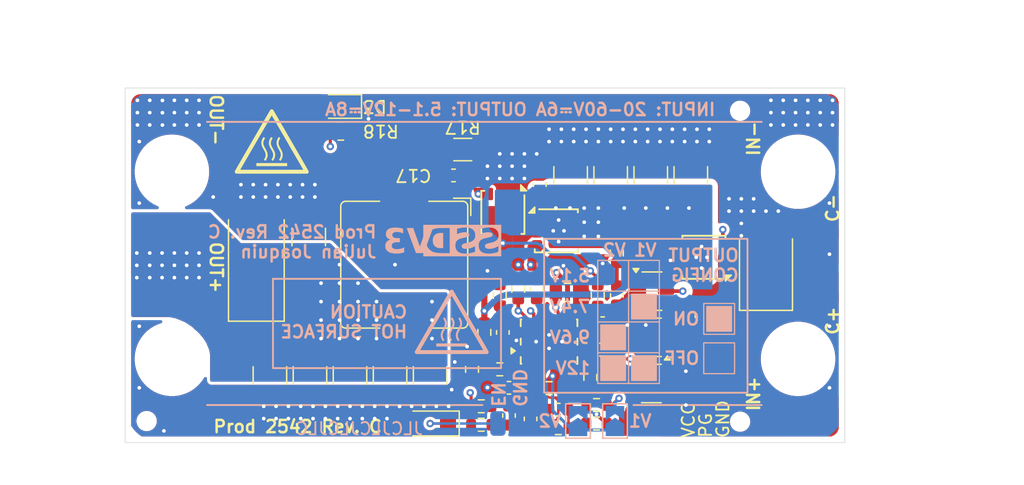
<source format=kicad_pcb>
(kicad_pcb (version 20241229) (generator "pcbnew") (generator_version "9.0")
  (title_block (title "Super Step Down V3") (date "2025-10-20") (rev "C") (company "UBCO Aerospace [Julian Joaquin]") (comment 1 "A 12S battery eliminator circuit (BEC) for UAS applications."))
  (layers (0 "F.Cu" signal) (4 "In1.Cu" signal) (6 "In2.Cu" signal) (2 "B.Cu" signal) (13 "F.Paste" user) (15 "B.Paste" user) (5 "F.SilkS" user "F.Silkscreen") (7 "B.SilkS" user "B.Silkscreen") (1 "F.Mask" user) (3 "B.Mask" user) (25 "Edge.Cuts" user))
  (net 0 "")
  (net 1 "PGND")
  (net 2 "AGND")
  (net 3 "VCC")
  (net 4 "/SS_TRK")
  (net 5 "/BST")
  (net 6 "/ILIM")
  (net 7 "/FB")
  (net 8 "/COMP_RC2")
  (net 9 "/COMP")
  (net 10 "/COMP_RC1")
  (net 11 "VOUT")
  (net 12 "/SYNCIN")
  (net 13 "/HO")
  (net 14 "/SW")
  (net 15 "PG")
  (net 16 "/LO")
  (net 17 "/U1_VS")
  (net 18 "/RT")
  (net 19 "/VOUT_LED")
  (net 20 "/RBST")
  (net 21 "/U1_GND")
  (net 22 "VIN")
  (net 23 "U1_EN")
  (net 24 "VBAT")
  (net 25 "/SNUB_RC")
  (net 26 "/JP_CFG1")
  (net 27 "/JP_CFG2")
  (net 28 "/U2_VIN")
  (net 29 "/U1_GATE")
  (footprint "Capacitor_SMD:C_1210_3225Metric" (layer "F.Cu") (at 131.75 123.35 -90)
    (property "Reference" "C23" (hide yes))
    (property "Value" "22uF")
  )
  (footprint "Capacitor_SMD:C_0603_1608Metric" (layer "F.Cu") (at 153.4 116.35 -90)
    (property "Reference" "C12" (hide yes))
    (property "Value" "100nF")
  )
  (footprint "Resistor_SMD:R_0603_1608Metric" (layer "F.Cu") (at 150.4 116.85 -90)
    (property "Reference" "R2" (hide yes))
    (property "Value" "2.2")
  )
  (footprint "Connector_Pad:SolderWirePad_1x03_SMD_1.5x2mm" (layer "F.Cu") (at 160.44 127.25)
    (property "Reference" "J8" (hide yes))
    (property "Value" "SolderPad_1x03")
  )
  (footprint "Resistor_SMD:R_0603_1608Metric" (layer "F.Cu") (at 148.9 125.85)
    (property "Reference" "R11" (hide yes))
    (property "Value" "68")
  )
  (footprint "Connector_Wire:SolderWirePad_1x01_SMD_1.5x3mm" (layer "F.Cu") (at 176.4 117 -90)
    (property "Reference" "J2" (hide yes))
    (property "Value" "SolderPad")
  )
  (footprint "Package_SON_JJ:Infineon_PG-TSDSON-8-26_3.3x3.3mm_P0.65mm" (layer "F.Cu") (at 150.65 110.1 -90)
    (property "Reference" "Q3" (hide yes))
    (property "Value" "BSZ096N10LS5")
  )
  (footprint "Capacitor_SMD:C_0603_1608Metric" (layer "F.Cu") (at 151.15 126.6 -90)
    (property "Reference" "C14" (hide yes))
    (property "Value" "1.5nF")
  )
  (footprint "Package_SON_JJ:Texas_DQG0008A_3.3x3.3mm_P0.65mm_ThermalVias-D0.3mm" (layer "F.Cu") (at 154.95 111.6)
    (property "Reference" "Q2" (hide yes))
    (property "Value" "CSD19537Q3")
  )
  (footprint "NetTie:NetTie-2_SMD_Pad0.5mm" (layer "F.Cu") (at 154.65 121.625 90)
    (property "Reference" "NT1" (hide yes))
    (property "Value" "NetTie_2" (hide yes))
  )
  (footprint "Package_TO_SOT_SMD:SOT-23-3" (layer "F.Cu") (at 162.7 120.25 180)
    (property "Reference" "D2" (hide yes))
    (property "Value" "BAS70-06")
  )
  (footprint "Resistor_SMD:R_0603_1608Metric" (layer "F.Cu") (at 151.9 116.35 -90)
    (property "Reference" "R9" (hide yes))
    (property "Value" "2.2")
  )
  (footprint "Capacitor_SMD:C_0805_2012Metric" (layer "F.Cu") (at 155.9 116.6)
    (property "Reference" "C10" (hide yes))
    (property "Value" "2.2uF")
  )
  (footprint "MountingHole:MountingHole_3.2mm_M3_ISO7380" (layer "F.Cu") (at 174.6 122 180)
    (property "Reference" "H1" (hide yes))
    (property "Value" "MountingHole")
  )
  (footprint "Package_TO_SOT_SMD:TSOT-23-6" (layer "F.Cu") (at 162.75 116.5)
    (property "Reference" "U1" (hide yes))
    (property "Value" "LM5050-1")
  )
  (footprint "Connector_Wire:SolderWirePad_1x01_SMD_3x6mm" (layer "F.Cu") (at 123.5 102 90)
    (property "Reference" "J6" (hide yes))
    (property "Value" "SolderPad")
  )
  (footprint "Resistor_SMD:R_0603_1608Metric" (layer "F.Cu") (at 158.75 121.25 180)
    (property "Reference" "R5" (hide yes))
    (property "Value" "20k")
  )
  (footprint "Capacitor_SMD:C_0603_1608Metric" (layer "F.Cu") (at 155.15 126.125)
    (property "Reference" "C15" (hide yes))
    (property "Value" "4.7nF")
  )
  (footprint "Resistor_SMD:R_0603_1608Metric" (layer "F.Cu") (at 154.4 124.375)
    (property "Reference" "R16" (hide yes))
    (property "Value" "3.74k")
  )
  (footprint "Capacitor_SMD:C_0603_1608Metric" (layer "F.Cu") (at 150.65 119.85 -90)
    (property "Reference" "C9" (hide yes))
    (property "Value" "100nF")
  )
  (footprint "Capacitor_SMD:C_1210_3225Metric" (layer "F.Cu") (at 162.65 107.1 90)
    (property "Reference" "C5" (hide yes))
    (property "Value" "10uF")
  )
  (footprint "Capacitor_Tantalum_SMD:CP_EIA-7343-20_Kemet-V_HandSolder" (layer "F.Cu") (at 130.65 114.35 90)
    (property "Reference" "C24" (hide yes))
    (property "Value" "100uF")
  )
  (footprint "Connector_Wire:SolderWirePad_1x01_SMD_3x6mm" (layer "F.Cu") (at 123.5 114.4 90)
    (property "Reference" "J5" (hide yes))
    (property "Value" "SolderPad")
  )
  (footprint "Connector_Wire:SolderWirePad_1x01_SMD_3x6mm" (layer "F.Cu") (at 174.9 126.8 -90)
    (property "Reference" "J1" (hide yes))
    (property "Value" "SolderPad")
  )
  (footprint "Capacitor_SMD:C_0603_1608Metric" (layer "F.Cu") (at 153.65 107.85 90)
    (property "Reference" "C4" (hide yes))
    (property "Value" "100nF")
  )
  (footprint "Capacitor_SMD:C_1210_3225Metric" (layer "F.Cu") (at 165.9 107.1 90)
    (property "Reference" "C8" (hide yes))
    (property "Value" "10uF")
  )
  (footprint "Capacitor_SMD:C_0603_1608Metric_Pad1.08x0.95mm_HandSolder" (layer "F.Cu") (at 146.65 107.1 180)
    (property "Reference" "C17")
    (property "Value" "1uF")
  )
  (footprint "Capacitor_SMD:C_1210_3225Metric" (layer "F.Cu") (at 156.15 107.1 90)
    (property "Reference" "C7" (hide yes))
    (property "Value" "10uF")
  )
  (footprint "MountingHole:MountingHole_3.2mm_M3_ISO7380" (layer "F.Cu") (at 123.8 106.8 180)
    (property "Reference" "H4" (hide yes))
    (property "Value" "MountingHole")
  )
  (footprint "Capacitor_SMD:C_1210_3225Metric" (layer "F.Cu") (at 159.4 107.1 90)
    (property "Reference" "C6" (hide yes))
    (property "Value" "10uF")
  )
  (footprint "Capacitor_SMD:C_1210_3225Metric" (layer "F.Cu") (at 135 123.35 -90)
    (property "Reference" "C20" (hide yes))
    (property "Value" "22uF")
  )
  (footprint "Capacitor_SMD:C_1210_3225Metric" (layer "F.Cu") (at 134.9 112.1 90)
    (property "Reference" "C22" (hide yes))
    (property "Value" "22uF")
  )
  (footprint "LOGO" (layer "F.Cu") (at 131.9 104.35)
    (property "Reference" "G***" (hide yes))
    (property "Value" "LOGO" (hide yes))
  )
  (footprint "Capacitor_SMD:C_0603_1608Metric" (layer "F.Cu") (at 152.9 126.875 90)
    (property "Reference" "C16" (hide yes))
    (property "Value" "68pF")
  )
  (footprint "Capacitor_SMD:C_1210_3225Metric" (layer "F.Cu") (at 144.75 123.35 -90)
    (property "Reference" "C21" (hide yes))
    (property "Value" "22uF")
  )
  (footprint "Capacitor_SMD:C_0603_1608Metric" (layer "F.Cu") (at 151.15 124.35 180)
    (property "Reference" "C11" (hide yes))
    (property "Value" "47nF")
  )
  (footprint "Resistor_SMD:R_0603_1608Metric" (layer "F.Cu") (at 158.25 125.75)
    (property "Reference" "R14" (hide yes))
    (property "Value" "6.81k")
  )
  (footprint "Diode_SMD:D_SMB" (layer "F.Cu") (at 172 114.4 90)
    (property "Reference" "D1" (hide yes))
    (property "Value" "64V")
  )
  (footprint "MountingHole:ToolingHole_1.152mm" (layer "F.Cu") (at 169.9 127.1 180)
    (property "Reference" "H6" (hide yes))
    (property "Value" "MountingHole")
  )
  (footprint "Resistor_SMD:R_0603_1608Metric" (layer "F.Cu") (at 149.15 119.85 -90)
    (property "Reference" "R3" (hide yes))
    (property "Value" "150k")
  )
  (footprint "Resistor_SMD:R_0603_1608Metric" (layer "F.Cu") (at 159.25 123.5 -90)
    (property "Reference" "R6" (hide yes))
    (property "Value" "20k")
  )
  (footprint "Inductor_SMD:L_Bourns_SRP1038C_10.0x10.0mm" (layer "F.Cu") (at 142.65 114.35 -90)
    (property "Reference" "L1" (hide yes))
    (property "Value" "4.7uH")
  )
  (footprint "MountingHole:MountingHole_3.2mm_M3_ISO7380" (layer "F.Cu") (at 123.8 122 180)
    (property "Reference" "H3" (hide yes))
    (property "Value" "MountingHole")
  )
  (footprint "Resistor_SMD:R_1206_3216Metric_Pad1.30x1.75mm_HandSolder" (layer "F.Cu") (at 147.4 105)
    (property "Reference" "R17")
    (property "Value" "0")
  )
  (footprint "LED_SMD:LED_0805_2012Metric" (layer "F.Cu") (at 137.5 101.5 180)
    (property "Reference" "D3")
    (property "Value" "YELLOW")
  )
  (footprint "Resistor_SMD:R_0603_1608Metric" (layer "F.Cu") (at 159.9 113.4 -90)
    (property "Reference" "R1" (hide yes))
    (property "Value" "68")
  )
  (footprint "Resistor_SMD:R_0603_1608Metric" (layer "F.Cu") (at 155.15 127.625)
    (property "Reference" "R13" (hide yes))
    (property "Value" "10k")
  )
  (footprint "Resistor_SMD:R_0603_1608Metric" (layer "F.Cu") (at 150.4 122.85 180)
    (property "Reference" "R7" (hide yes))
    (property "Value" "24k")
  )
  (footprint "Resistor_SMD:R_0603_1608Metric" (layer "F.Cu") (at 148.9 127.35)
    (property "Reference" "R12" (hide yes))
    (property "Value" "20k")
  )
  (footprint "Capacitor_SMD:C_0603_1608Metric" (layer "F.Cu") (at 158.75 119.1)
    (property "Reference" "C13" (hide yes))
    (property "Value" "12pF")
  )
  (footprint "Resistor_SMD:R_0603_1608Metric" (layer "F.Cu") (at 158.25 127.25)
    (property "Reference" "R15" (hide yes))
    (property "Value" "3.48k")
  )
  (footprint "Resistor_SMD:R_0603_1608Metric" (layer "F.Cu") (at 158.35 116.85 -90)
    (property "Reference" "R10" (hide yes))
    (property "Value" "430")
  )
  (footprint "Package_TO_SOT_SMD:SOT-23-3" (layer "F.Cu") (at 162.7 124)
    (property "Reference" "D5" (hide yes))
    (property "Value" "8V")
  )
  (footprint "MountingHole:MountingHole_3.2mm_M3_ISO7380" (layer "F.Cu") (at 174.6 106.8 180)
    (property "Reference" "H2" (hide yes))
    (property "Value" "MountingHole")
  )
  (footprint "Capacitor_SMD:C_0603_1608Metric" (layer "F.Cu") (at 165.75 118.5 -90)
    (property "Reference" "C2" (hide yes))
    (property "Value" "100nF")
  )
  (footprint "Connector_Wire:SolderWirePad_1x01_SMD_3x6mm" (layer "F.Cu") (at 174.9 102 -90)
    (property "Reference" "J4" (hide yes))
    (property "Value" "SolderPad")
  )
  (footprint "MountingHole:ToolingHole_1.152mm" (layer "F.Cu") (at 169.9 101.85 180)
    (property "Reference" "H7" (hide yes))
    (property "Value" "MountingHole")
  )
  (footprint "Capacitor_SMD:C_0603_1608Metric" (layer "F.Cu") (at 159.9 116.85 -90)
    (property "Reference" "C3" (hide yes))
    (property "Value" "100nF")
  )
  (footprint "Resistor_SMD:R_0603_1608Metric" (layer "F.Cu") (at 148.15 122.85 -90)
    (property "Reference" "R4" (hide yes))
    (property "Value" "12k")
  )
  (footprint "Resistor_SMD:R_0805_2012Metric" (layer "F.Cu") (at 137.5 103.5)
    (property "Reference" "R18")
    (property "Value" "1k")
  )
  (footprint "ul_LM5146RGYR:RGY0020B-MFG-ThermalVias" (layer "F.Cu") (at 154.4 120.6 90)
    (property "Reference" "U2" (hide yes))
    (property "Value" "LM5146RGYR")
  )
  (footprint "Package_SON_JJ:Texas_DQG0008A_3.3x3.3mm_P0.65mm_ThermalVias-D0.3mm" (layer "F.Cu") (at 167 113.75 180)
    (property "Reference" "Q1" (hide yes))
    (property "Value" "CSD19537Q3")
  )
  (footprint "Capacitor_SMD:C_1210_3225Metric" (layer "F.Cu") (at 141.5 123.35 -90)
    (property "Reference" "C18" (hide yes))
    (property "Value" "22uF")
  )
  (footprint "Connector_Wire:SolderWirePad_1x01_SMD_1.5x3mm" (layer "F.Cu") (at 176.4 111.8 -90)
    (property "Reference" "J3" (hide yes))
    (property "Value" "SolderPad")
  )
  (footprint "Diode_SMD:D_SMF" (layer "F.Cu") (at 144.75 127.25 180)
    (property "Reference" "D4" (hide yes))
    (property "Value" "60V")
  )
  (footprint "Capacitor_SMD:C_1210_3225Metric" (layer "F.Cu") (at 138.25 123.35 -90)
    (property "Reference" "C19" (hide yes))
    (property "Value" "22uF")
  )
  (footprint "Resistor_SMD:R_0603_1608Metric" (layer "F.Cu") (at 157.75 123.5 -90)
    (property "Reference" "R8" (hide yes))
    (property "Value" "0")
  )
  (footprint "MountingHole:ToolingHole_1.152mm" (layer "F.Cu") (at 121.75 127.05 180)
    (property "Reference" "H5" (hide yes))
    (property "Value" "MountingHole")
  )
  (footprint "LOGO" (layer "B.Cu") (at 146.5 119 180)
    (property "Reference" "G***" (hide yes))
    (property "Value" "LOGO" (hide yes))
  )
  (footprint "Jumper:SolderJumper-2_P1.3mm_Open_TrianglePad1.0x1.5mm" (layer "B.Cu") (at 156.75 127.05 90)
    (property "Reference" "JP2" (hide yes))
    (property "Value" "9.6V")
  )
  (footprint "Connector_Pad:SolderWirePad_1x02_SMD_1.5x2mm" (layer "B.Cu") (at 150 127.25)
    (property "Reference" "J7" (hide yes))
    (property "Value" "SolderPad_01x02")
  )
  (footprint "Jumper:SolderJumper-2_P1.3mm_Open_TrianglePad1.0x1.5mm" (layer "B.Cu") (at 159.75 127.05 90)
    (property "Reference" "JP1" (hide yes))
    (property "Value" "7.4V")
  )
  (gr_rect (start 166.95 120.7) (end 169.45 123.2) (stroke (width 0.1)) (fill no) (layer "B.SilkS"))
  (gr_rect (start 158.35 114) (end 163.35 124) (stroke (width 0.1)) (fill no) (layer "B.SilkS"))
  (gr_rect (start 158.6 121.75) (end 160.6 123.75) (stroke (width 0.1)) (fill yes) (layer "B.SilkS"))
  (gr_line (start 171.65 125.75) (end 161.25 125.75) (stroke (width 0.15)) (layer "B.SilkS"))
  (gr_rect (start 154 112.25) (end 170.5 124.75) (stroke (width 0.15)) (fill no) (layer "B.SilkS"))
  (gr_rect (start 161.1 121.75) (end 163.1 123.75) (stroke (width 0.1)) (fill yes) (layer "B.SilkS"))
  (gr_rect (start 166.95 117.5) (end 169.45 120) (stroke (width 0.1)) (fill no) (layer "B.SilkS"))
  (gr_line (start 163.35 121.5) (end 158.35 121.5) (stroke (width 0.1)) (layer "B.SilkS"))
  (gr_rect (start 161.1 116.75) (end 163.1 118.75) (stroke (width 0.1)) (fill yes) (layer "B.SilkS"))
  (gr_line (start 126.65 125.75) (end 149 125.75) (stroke (width 0.15)) (layer "B.SilkS"))
  (gr_rect (start 132 115.5) (end 150.5 122.75) (stroke (width 0.15)) (fill no) (layer "B.SilkS"))
  (gr_line (start 160.85 114) (end 160.85 124) (stroke (width 0.1)) (layer "B.SilkS"))
  (gr_line (start 163.35 119) (end 158.35 119) (stroke (width 0.1)) (layer "B.SilkS"))
  (gr_line (start 163.35 116.5) (end 158.35 116.5) (stroke (width 0.1)) (layer "B.SilkS"))
  (gr_line (start 126.65 102.75) (end 171.65 102.75) (stroke (width 0.15)) (layer "B.SilkS"))
  (gr_rect (start 167.2 117.75) (end 169.2 119.75) (stroke (width 0.1)) (fill yes) (layer "B.SilkS"))
  (gr_rect (start 158.6 119.25) (end 160.6 121.25) (stroke (width 0.1)) (fill yes) (layer "B.SilkS"))
  (gr_rect (start 120 100) (end 178.4 128.8) (stroke (width 0.05)) (fill no) (layer "Edge.Cuts"))
  (gr_text "VCC" (at 165.7 128.5 90) (layer "F.SilkS") (effects (font (size 1 1)) (justify left)))
  (gr_text "OUT+" (at 127.4 114.575 270) (layer "F.SilkS") (effects (font (size 1 1) (thickness 0.2) (bold yes))))
  (gr_text "IN+" (at 171 126.35 90) (layer "F.SilkS") (effects (font (size 1 1) (thickness 0.2) (bold yes)) (justify left)))
  (gr_text "Prod 2542 Rev. C" (at 134 127.5 0) (layer "F.SilkS") (effects (font (size 1 1) (thickness 0.2) (bold yes))))
  (gr_text "IN-" (at 171 102.6 90) (layer "F.SilkS") (effects (font (size 1 1) (thickness 0.2) (bold yes)) (justify right)))
  (gr_text "C+" (at 178 118.9 90) (layer "F.SilkS") (effects (font (size 1 1) (thickness 0.2) (bold yes)) (justify bottom)))
  (gr_text "OUT-" (at 127.4 102.6 270) (layer "F.SilkS") (effects (font (size 1 1) (thickness 0.2) (bold yes))))
  (gr_text "PG" (at 167.1 128.5 90) (layer "F.SilkS") (effects (font (size 1 1)) (justify left)))
  (gr_text "C-" (at 178 109.75 90) (layer "F.SilkS") (effects (font (size 1 1) (thickness 0.2) (bold yes)) (justify bottom)))
  (gr_text "GND" (at 168.5 128.5 90) (layer "F.SilkS") (effects (font (size 1 1)) (justify left)))
  (gr_text "V2" (at 159.7 113.75 0) (layer "B.SilkS") (effects (font (size 1 1) (thickness 0.2) (bold yes)) (justify bottom mirror)))
  (gr_text "5.1V" (at 157.85 115.25 0) (layer "B.SilkS") (effects (font (size 1 1) (thickness 0.2) (bold yes)) (justify left mirror)))
  (gr_text "EN" (at 150.25 126 270) (layer "B.SilkS") (effects (font (size 1 1) (thickness 0.2) (bold yes)) (justify left mirror)))
  (gr_text "7.4V" (at 157.85 117.75 0) (layer "B.SilkS") (effects (font (size 1 1) (thickness 0.2) (bold yes)) (justify left mirror)))
  (gr_text "V2" (at 155.5 127.05 0) (layer "B.SilkS") (effects (font (size 1 1) (thickness 0.2) (bold yes)) (justify left mirror)))
  (gr_text "Prod 2542 Rev. C\nJulian Joaquin" (at 140.5 112.5 0) (layer "B.SilkS") (effects (font (size 1 1) (thickness 0.2) (bold yes)) (justify left mirror)))
  (gr_text "12V" (at 157.85 122.75 0) (layer "B.SilkS") (effects (font (size 1 1) (thickness 0.2) (bold yes)) (justify left mirror)))
  (gr_text "SSD" (at 150.5 113.75 0) (layer "B.SilkS" knockout) (effects (font (size 2 2) (thickness 0.4) (bold yes) (italic yes)) (justify left bottom mirror)))
  (gr_text "CAUTION\nHOT SURFACE" (at 143 119 0) (layer "B.SilkS") (effects (font (size 1 1) (thickness 0.2) (bold yes)) (justify left mirror)))
  (gr_text "OFF" (at 166.7 121.95 0) (layer "B.SilkS") (effects (font (size 1 1) (thickness 0.2) (bold yes)) (justify left mirror)))
  (gr_text "V1" (at 160.75 127.05 0) (layer "B.SilkS") (effects (font (size 1 1) (thickness 0.2) (bold yes)) (justify right mirror)))
  (gr_text "V3" (at 145 113.75 0) (layer "B.SilkS") (effects (font (size 2 2) (thickness 0.4) (bold yes) (italic yes)) (justify left bottom mirror)))
  (gr_text "INPUT: 20-60V⎓6A OUTPUT: 5.1-12V⎓8A" (at 168 101.75 0) (layer "B.SilkS") (effects (font (size 1 1) (thickness 0.2) (bold yes)) (justify left mirror)))
  (gr_text "9.6V" (at 157.85 120.25 0) (layer "B.SilkS") (effects (font (size 1 1) (thickness 0.2) (bold yes)) (justify left mirror)))
  (gr_text "V1" (at 162.2 113.75 0) (layer "B.SilkS") (effects (font (size 1 1) (thickness 0.2) (bold yes)) (justify bottom mirror)))
  (gr_text "OUTPUT\nCONFIG" (at 169.9 114.4 0) (layer "B.SilkS") (effects (font (size 1 1) (thickness 0.2) (bold yes)) (justify left mirror)))
  (gr_text "GND" (at 152 126 270) (layer "B.SilkS") (effects (font (size 1 1) (thickness 0.2) (bold yes)) (justify left mirror)))
  (gr_text "ON" (at 166.7 118.75 0) (layer "B.SilkS") (effects (font (size 1 1) (thickness 0.2) (bold yes)) (justify left mirror)))
  (gr_text "JLCJLCJLCJLC" (at 144.25 128.25 0) (layer "B.SilkS") (effects (font (size 1 1)) (justify left bottom mirror)))
  (segment (start 156.149999 118.950001) (end 156.149999 118.600001) (width 0.25) (layer "F.Cu") (net 1))
  (segment (start 155.566977 114.433023) (end 155.566977 114.502322) (width 0.5) (layer "F.Cu") (net 1))
  (segment (start 156.85 115.8) (end 156.85 116.6) (width 0.5) (layer "F.Cu") (net 1))
  (segment (start 155.75229 114.687635) (end 155.75229 114.70229) (width 0.5) (layer "F.Cu") (net 1))
  (segment (start 156.149999 119.35) (end 156.149999 118.950001) (width 0.25) (layer "F.Cu") (net 1))
  (segment (start 154.900001 120.6) (end 156.149999 119.35) (width 0.25) (layer "F.Cu") (net 1))
  (segment (start 156.85 117.9) (end 156.85 116.6) (width 0.25) (layer "F.Cu") (net 1))
  (segment (start 155.75229 114.70229) (end 156.85 115.8) (width 0.5) (layer "F.Cu") (net 1))
  (segment (start 155.566977 114.502322) (end 155.75229 114.687635) (width 0.5) (layer "F.Cu") (net 1))
  (segment (start 156.149999 118.600001) (end 156.85 117.9) (width 0.25) (layer "F.Cu") (net 1))
  (via (at 144.25 125.85) (size 0.6) (drill 0.3) (layers "F.Cu" "B.Cu") (net 1))
  (via (at 132.25 125.85) (size 0.6) (drill 0.3) (layers "F.Cu" "B.Cu") (net 1))
  (via (at 136.25 126.85) (size 0.6) (drill 0.3) (layers "F.Cu" "B.Cu") (net 1))
  (via (at 165.5 125.75) (size 0.6) (drill 0.3) (layers "F.Cu" "B.Cu") (net 1))
  (via (at 149.4 114.85) (size 0.6) (drill 0.3) (layers "F.Cu" "B.Cu") (net 1))
  (via (at 154.4 103.35) (size 0.6) (drill 0.3) (layers "F.Cu" "B.Cu") (net 1))
  (via (at 149.4 107.350952) (size 0.6) (drill 0.3) (layers "F.Cu" "B.Cu") (net 1))
  (via (at 158.75 114.25) (size 0.6) (drill 0.3) (layers "F.Cu" "B.Cu") (net 1))
  (via (at 167.4 104.35) (size 0.6) (drill 0.3) (layers "F.Cu" "B.Cu") (net 1))
  (via (at 161.4 103.35) (size 0.6) (drill 0.3) (layers "F.Cu" "B.Cu") (net 1))
  (via (at 121.15 109.35) (size 0.6) (drill 0.3) (layers "F.Cu" "B.Cu") (net 1))
  (via (at 163.4 104.35) (size 0.6) (drill 0.3) (layers "F.Cu" "B.Cu") (net 1))
  (via (at 170 110) (size 0.6) (drill 0.3) (layers "F.Cu" "B.Cu") (net 1))
  (via (at 133.25 126.85) (size 0.6) (drill 0.3) (layers "F.Cu" "B.Cu") (net 1))
  (via (at 177.15 119.35) (size 0.6) (drill 0.3) (layers "F.Cu" "B.Cu") (net 1))
  (via (at 142.267818 125.861786) (size 0.6) (drill 0.3) (layers "F.Cu" "B.Cu") (net 1))
  (via (at 159.4 104.35) (size 0.6) (drill 0.3) (layers "F.Cu" "B.Cu") (net 1))
  (via (at 140.25 126.85) (size 0.6) (drill 0.3) (layers "F.Cu" "B.Cu") (net 1))
  (via (at 155.566977 114.433023) (size 0.6) (drill 0.3) (layers "F.Cu" "B.Cu") (net 1))
  (via (at 161.4 104.35) (size 0.6) (drill 0.3) (layers "F.Cu" "B.Cu") (net 1))
  (via (at 137.25 125.85) (size 0.6) (drill 0.3) (layers "F.Cu" "B.Cu") (net 1))
  (via (at 139.25 126.85) (size 0.6) (drill 0.3) (layers "F.Cu" "B.Cu") (net 1))
  (via (at 152.4 107.35) (size 0.6) (drill 0.3) (layers "F.Cu" "B.Cu") (net 1))
  (via (at 157.4 104.35) (size 0.6) (drill 0.3) (layers "F.Cu" "B.Cu") (net 1))
  (via (at 149.4 106.35) (size 0.6) (drill 0.3) (layers "F.Cu" "B.Cu") (net 1))
  (via (at 165.5 123) (size 0.6) (drill 0.3) (layers "F.Cu" "B.Cu") (net 1))
  (via (at 154.4 104.35) (size 0.6) (drill 0.3) (layers "F.Cu" "B.Cu") (net 1))
  (via (at 134.4 107.85) (size 0.6) (drill 0.3) (layers "F.Cu" "B.Cu") (net 1))
  (via (at 131.25 125.85) (size 0.6) (drill 0.3) (layers "F.Cu" "B.Cu") (net 1))
  (via (at 132.25 126.85) (size 0.6) (drill 0.3) (layers "F.Cu" "B.Cu") (net 1))
  (via (at 153.4 105.35) (size 0.6) (drill 0.3) (layers "F.Cu" "B.Cu") (net 1))
  (via (at 155.4 104.35) (size 0.6) (drill 0.3) (layers "F.Cu" "B.Cu") (net 1))
  (via (at 138.25 125.85) (size 0.6) (drill 0.3) (layers "F.Cu" "B.Cu") (net 1))
  (via (at 135.25 126.85) (size 0.6) (drill 0.3) (layers "F.Cu" "B.Cu") (net 1))
  (via (at 152.4 106.35) (size 0.6) (drill 0.3) (layers "F.Cu" "B.Cu") (net 1))
  (via (at 170 111) (size 0.6) (drill 0.3) (layers "F.Cu" "B.Cu") (net 1))
  (via (at 146.25 125.85) (size 0.6) (drill 0.3) (layers "F.Cu" "B.Cu") (net 1))
  (via (at 166.4 104.35) (size 0.6) (drill 0.3) (layers "F.Cu" "B.Cu") (net 1))
  (via (at 166.4 103.35) (size 0.6) (drill 0.3) (layers "F.Cu" "B.Cu") (net 1))
  (via (at 155.4 103.35) (size 0.6) (drill 0.3) (layers "F.Cu" "B.Cu") (net 1))
  (via (at 129.4 107.85) (size 0.6) (drill 0.3) (layers "F.Cu" "B.Cu") (net 1))
  (via (at 134.25 126.85) (size 0.6) (drill 0.3) (layers "F.Cu" "B.Cu") (net 1))
  (via (at 162.25 119.25) (size 0.6) (drill 0.3) (layers "F.Cu" "B.Cu") (net 1))
  (via (at 135.4 108.85) (size 0.6) (drill 0.3) (layers "F.Cu" "B.Cu") (net 1))
  (via (at 133.4 108.85) (size 0.6) (drill 0.3) (layers "F.Cu" "B.Cu") (net 1))
  (via (at 159.4 103.35) (size 0.6) (drill 0.3) (layers "F.Cu" "B.Cu") (net 1))
  (via (at 169 110) (size 0.6) (drill 0.3) (layers "F.Cu" "B.Cu") (net 1))
  (via (at 177.15 109.35) (size 0.6) (drill 0.3) (layers "F.Cu" "B.Cu") (net 1))
  (via (at 141.25 125.85) (size 0.6) (drill 0.3) (layers "F.Cu" "B.Cu") (net 1))
  (via (at 164.4 103.35) (size 0.6) (drill 0.3) (layers "F.Cu" "B.Cu") (net 1))
  (via (at 171 109) (size 0.6) (drill 0.3) (layers "F.Cu" "B.Cu") (net 1))
  (via (at 150.4 106.35) (size 0.6) (drill 0.3) (layers "F.Cu" "B.Cu") (net 1))
  (via (at 156.4 104.35) (size 0.6) (drill 0.3) (layers "F.Cu" "B.Cu") (net 1))
  (via (at 151.4 107.35) (size 0.6) (drill 0.3) (layers "F.Cu" "B.Cu") (net 1))
  (via (at 138.25 126.85) (size 0.6) (drill 0.3) (layers "F.Cu" "B.Cu") (net 1))
  (via (at 145.25 125.85) (size 0.6) (drill 0.3) (layers "F.Cu" "B.Cu") (net 1))
  (via (at 139.25 125.85) (size 0.6) (drill 0.3) (layers "F.Cu" "B.Cu") (net 1))
  (via (at 172 110) (size 0.6) (drill 0.3) (layers "F.Cu" "B.Cu") (net 1))
  (via (at 121.15 119.35) (size 0.6) (drill 0.3) (layers "F.Cu" "B.Cu") (net 1))
  (via (at 165.4 104.35) (size 0.6) (drill 0.3) (layers "F.Cu" "B.Cu") (net 1))
  (via (at 123.15 127.85) (size 0.6) (drill 0.3) (layers "F.Cu" "B.Cu") (net 1))
  (via (at 137.25 126.85) (size 0.6) (drill 0.3) (layers "F.Cu" "B.Cu") (net 1))
  (via (at 141.9 114.35) (size 0.6) (drill 0.3) (layers "F.Cu" "B.Cu") (net 1))
  (via (at 134.25 125.85) (size 0.6) (drill 0.3) (layers "F.Cu" "B.Cu") (net 1))
  (via (at 158.4 103.35) (size 0.6) (drill 0.3) (layers "F.Cu" "B.Cu") (net 1))
  (via (at 157.4 103.35) (size 0.6) (drill 0.3) (layers "F.Cu" "B.Cu") (net 1))
  (via (at 136.25 125.85) (size 0.6) (drill 0.3) (layers "F.Cu" "B.Cu") (net 1))
  (via (at 173 110) (size 0.6) (drill 0.3) (layers "F.Cu" "B.Cu") (net 1))
  (via (at 147.75 121) (size 0.6) (drill 0.3) (layers "F.Cu" "B.Cu") (net 1))
  (via (at 146.75 122.25) (size 0.6) (drill 0.3) (layers "F.Cu" "B.Cu") (net 1))
  (via (at 170 112) (size 0.6) (drill 0.3) (layers "F.Cu" "B.Cu") (net 1))
  (via (at 177.15 113.5) (size 0.6) (drill 0.3) (layers "F.Cu" "B.Cu") (net 1))
  (via (at 156.4 103.35) (size 0.6) (drill 0.3) (layers "F.Cu" "B.Cu") (net 1))
  (via (at 139.75 102.5) (size 0.6) (drill 0.3) (layers "F.Cu" "B.Cu") (net 1))
  (via (at 169 109) (size 0.6) (drill 0.3) (layers "F.Cu" "B.Cu") (net 1))
  (via (at 133.4 107.85) (size 0.6) (drill 0.3) (layers "F.Cu" "B.Cu") (net 1))
  (via (at 127.15 108.85) (size 0.6) (drill 0.3) (layers "F.Cu" "B.Cu") (net 1))
  (via (at 143.25 125.85) (size 0.6) (drill 0.3) (layers "F.Cu" "B.Cu") (net 1))
  (via (at 135.4 107.85) (size 0.6) (drill 0.3) (layers "F.Cu" "B.Cu") (net 1))
  (via (at 135.25 125.85) (size 0.6) (drill 0.3) (layers "F.Cu" "B.Cu") (net 1))
  (via (at 158.4 104.35) (size 0.6) (drill 0.3) (layers "F.Cu" "B.Cu") (net 1))
  (via (at 160.75 119.25) (size 0.6) (drill 0.3) (layers "F.Cu" "B.Cu") (net 1))
  (via (at 151.4 105.35) (size 0.6) (drill 0.3) (layers "F.Cu" "B.Cu") (net 1))
  (via (at 129.4 108.85) (size 0.6) (drill 0.3) (layers "F.Cu" "B.Cu") (net 1))
  (via (at 121.15 124.35) (size 0.6) (drill 0.3) (layers "F.Cu" "B.Cu") (net 1))
  (via (at 146.5 124.5) (size 0.6) (drill 0.3) (layers "F.Cu" "B.Cu") (net 1))
  (via (at 132.4 108.85) (size 0.6) (drill 0.3) (layers "F.Cu" "B.Cu") (net 1))
  (via (at 150.4 107.35) (size 0.6) (drill 0.3) (layers "F.Cu" "B.Cu") (net 1))
  (via (at 163.4 103.35) (size 0.6) (drill 0.3) (layers "F.Cu" "B.Cu") (net 1))
  (via (at 134.4 108.85) (size 0.6) (drill 0.3) (layers "F.Cu" "B.Cu") (net 1))
  (via (at 162.4 103.35) (size 0.6) (drill 0.3) (layers "F.Cu" "B.Cu") (net 1))
  (via (at 121.15 104.35) (size 0.6) (drill 0.3) (layers "F.Cu" "B.Cu") (net 1))
  (via (at 133.25 125.85) (size 0.6) (drill 0.3) (layers "F.Cu" "B.Cu") (net 1))
  (via (at 165.4 103.35) (size 0.6) (drill 0.3) (layers "F.Cu" "B.Cu") (net 1))
  (via (at 130.4 108.85) (size 0.6) (drill 0.3) (layers "F.Cu" "B.Cu") (net 1))
  (via (at 131.4 108.85) (size 0.6) (drill 0.3) (layers "F.Cu" "B.Cu") (net 1))
  (via (at 132.4 107.85) (size 0.6) (drill 0.3) (layers "F.Cu" "B.Cu") (net 1))
  (via (at 151.4 106.35) (size 0.6) (drill 0.3) (layers "F.Cu" "B.Cu") (net 1))
  (via (at 160.4 104.35) (size 0.6) (drill 0.3) (layers "F.Cu" "B.Cu") (net 1))
  (via (at 171 110) (size 0.6) (drill 0.3) (layers "F.Cu" "B.Cu") (net 1))
  (via (at 131.25 126.85) (size 0.6) (drill 0.3) (layers "F.Cu" "B.Cu") (net 1))
  (via (at 150.4 105.35) (size 0.6) (drill 0.3) (layers "F.Cu" "B.Cu") (net 1))
  (via (at 162.4 104.35) (size 0.6) (drill 0.3) (layers "F.Cu" "B.Cu") (net 1))
  (via (at 170 109) (size 0.6) (drill 0.3) (layers "F.Cu" "B.Cu") (net 1))
  (via (at 151.75 120.5) (size 0.6) (drill 0.3) (layers "F.Cu" "B.Cu") (net 1))
  (via (at 130.4 107.85) (size 0.6) (drill 0.3) (layers "F.Cu" "B.Cu") (net 1))
  (via (at 140.25 125.85) (size 0.6) (drill 0.3) (layers "F.Cu" "B.Cu") (net 1))
  (via (at 141.25 126.85) (size 0.6) (drill 0.3) (layers "F.Cu" "B.Cu") (net 1))
  (via (at 131.4 107.85) (size 0.6) (drill 0.3) (layers "F.Cu" "B.Cu") (net 1))
  (via (at 152.4 105.35) (size 0.6) (drill 0.3) (layers "F.Cu" "B.Cu") (net 1))
  (via (at 160.4 103.35) (size 0.6) (drill 0.3) (layers "F.Cu" "B.Cu") (net 1))
  (via (at 164.4 104.35) (size 0.6) (drill 0.3) (layers "F.Cu" "B.Cu") (net 1))
  (via (at 167.4 103.35) (size 0.6) (drill 0.3) (layers "F.Cu" "B.Cu") (net 1))
  (via (at 177.15 124.35) (size 0.6) (drill 0.3) (layers "F.Cu" "B.Cu") (net 1))
  (segment (start 154.796447 123.946447) (end 155.225 124.375) (width 0.3) (layer "F.Cu") (net 2))
  (segment (start 154.65 123.429986) (end 154.65 123.592893) (width 0.3) (layer "F.Cu") (net 2))
  (segment (start 154.65 123.356672) (end 154.65 122.249999) (width 0.25) (layer "F.Cu") (net 2))
  (segment (start 154.686657 123.393329) (end 154.65 123.429986) (width 0.25) (layer "F.Cu") (net 2))
  (segment (start 154.686657 123.393329) (end 154.65 123.356672) (width 0.25) (layer "F.Cu") (net 2))
  (via (at 154.686657 123.393329) (size 0.6) (drill 0.3) (layers "F.Cu" "B.Cu") (net 2))
  (via (at 149.4 124.325) (size 0.6) (drill 0.3) (layers "F.Cu" "B.Cu") (net 2))
  (arc (start 154.796447 123.946447) (mid 154.68806 123.784235) (end 154.65 123.592893) (width 0.3) (layer "F.Cu") (net 2))
  (segment (start 154.686657 126.186657) (end 156.275 127.775) (width 0.25) (layer "B.Cu") (net 2))
  (segment (start 156.275 127.775) (end 159.75 127.775) (width 0.25) (layer "B.Cu") (net 2))
  (segment (start 154.686657 123.393329) (end 154.686657 126.186657) (width 0.25) (layer "B.Cu") (net 2))
  (segment (start 155.150001 118.332108) (end 155.150001 118.950001) (width 0.25) (layer "F.Cu") (net 3))
  (segment (start 154.95 117.925) (end 155.003555 117.978555) (width 0.25) (layer "F.Cu") (net 3))
  (segment (start 154.95 117.825) (end 154.95 116.6) (width 0.4) (layer "F.Cu") (net 3))
  (segment (start 161.016053 125.733947) (end 160.836446 125.913554) (width 0.25) (layer "F.Cu") (net 3))
  (segment (start 160.69 126.267107) (end 160.69 127.25) (width 0.25) (layer "F.Cu") (net 3))
  (segment (start 154.95 117.825) (end 154.95 117.925) (width 0.25) (layer "F.Cu") (net 3))
  (segment (start 159.25 122.675) (end 159.25 121.575) (width 0.25) (layer "F.Cu") (net 3))
  (segment (start 161.1625 124.6625) (end 159.25 122.75) (width 0.25) (layer "F.Cu") (net 3))
  (segment (start 161 122) (end 160.325 122) (width 0.25) (layer "F.Cu") (net 3))
  (segment (start 160.325 122) (end 159.575 121.25) (width 0.25) (layer "F.Cu") (net 3))
  (segment (start 161.1625 124.6625) (end 161.1625 125.380393) (width 0.25) (layer "F.Cu") (net 3))
  (segment (start 159.25 121.575) (end 159.575 121.25) (width 0.25) (layer "F.Cu") (net 3))
  (via (at 154.95 117.825) (size 0.6) (drill 0.3) (layers "F.Cu" "B.Cu") (net 3))
  (via (at 161 122) (size 0.6) (drill 0.3) (layers "F.Cu" "B.Cu") (net 3))
  (arc (start 160.836446 125.913554) (mid 160.72806 126.075766) (end 160.69 126.267107) (width 0.25) (layer "F.Cu") (net 3))
  (arc (start 155.150001 118.332108) (mid 155.111941 118.140767) (end 155.003555 117.978555) (width 0.25) (layer "F.Cu") (net 3))
  (arc (start 161.016053 125.733947) (mid 161.12444 125.571735) (end 161.1625 125.380393) (width 0.25) (layer "F.Cu") (net 3))
  (segment (start 153.15 122.249999) (end 153.15 122.667893) (width 0.2) (layer "F.Cu") (net 4))
  (segment (start 153.003553 123.021447) (end 151.925 124.1) (width 0.2) (layer "F.Cu") (net 4))
  (arc (start 153.15 122.667893) (mid 153.11194 122.859235) (end 153.003553 123.021447) (width 0.2) (layer "F.Cu") (net 4))
  (segment (start 153.649999 118.950001) (end 153.649999 117.374999) (width 0.25) (layer "F.Cu") (net 5))
  (segment (start 157.396447 119.703552) (end 157.975 119.124999) (width 0.2) (layer "F.Cu") (net 6))
  (segment (start 156.550001 119.849999) (end 157.042893 119.849999) (width 0.2) (layer "F.Cu") (net 6))
  (segment (start 158.35 117.992893) (end 158.35 117.675) (width 0.2) (layer "F.Cu") (net 6))
  (segment (start 158.121447 118.428553) (end 158.203554 118.346446) (width 0.2) (layer "F.Cu") (net 6))
  (arc (start 157.042893 119.849999) (mid 157.234235 119.811939) (end 157.396447 119.703552) (width 0.2) (layer "F.Cu") (net 6))
  (arc (start 158.35 117.992893) (mid 158.31194 118.184234) (end 158.203554 118.346446) (width 0.2) (layer "F.Cu") (net 6))
  (arc (start 157.975 118.782107) (mid 158.01306 118.590765) (end 158.121447 118.428553) (width 0.2) (layer "F.Cu") (net 6))
  (segment (start 151.15 127.375) (end 151.775736 127.375) (width 0.2) (layer "F.Cu") (net 7))
  (segment (start 154.325 127.625) (end 152.925 127.625) (width 0.2) (layer "F.Cu") (net 7))
  (segment (start 152.299264 127.65) (end 152.9 127.65) (width 0.2) (layer "F.Cu") (net 7))
  (segment (start 155.176 125.375) (end 155.4 125.151) (width 0.2) (layer "F.Cu") (net 7))
  (segment (start 151.987868 127.462868) (end 152.087132 127.562132) (width 0.2) (layer "F.Cu") (net 7))
  (segment (start 155.15 125.375) (end 155.124 125.375) (width 0.2) (layer "F.Cu") (net 7))
  (segment (start 155.124 125.375) (end 154.9 125.151) (width 0.2) (layer "F.Cu") (net 7))
  (segment (start 155.15 125.151) (end 155.4 125.151) (width 0.2) (layer "F.Cu") (net 7))
  (segment (start 155.124 125.375) (end 155.176 125.375) (width 0.2) (layer "F.Cu") (net 7))
  (segment (start 157.425 125.75) (end 157.425 127.25) (width 0.2) (layer "F.Cu") (net 7))
  (segment (start 156.972447 125.297447) (end 157.425 125.75) (width 0.2) (layer "F.Cu") (net 7))
  (segment (start 154.325 127.625) (end 155.003554 126.946446) (width 0.2) (layer "F.Cu") (net 7))
  (segment (start 154.9 125.151) (end 155.15 125.151) (width 0.2) (layer "F.Cu") (net 7))
  (segment (start 154.558107 125.151) (end 154.9 125.151) (width 0.2) (layer "F.Cu") (net 7))
  (segment (start 149.725 127.35) (end 151.125 127.35) (width 0.2) (layer "F.Cu") (net 7))
  (segment (start 155.15 126.592893) (end 155.15 125.375) (width 0.2) (layer "F.Cu") (net 7))
  (segment (start 153.575 124.375) (end 154.204554 125.004554) (width 0.2) (layer "F.Cu") (net 7))
  (segment (start 155.4 125.151) (end 156.618893 125.151) (width 0.2) (layer "F.Cu") (net 7))
  (segment (start 154.15 122.917893) (end 154.15 122.249999) (width 0.2) (layer "F.Cu") (net 7))
  (segment (start 155.15 125.375) (end 155.15 125.151) (width 0.2) (layer "F.Cu") (net 7))
  (segment (start 153.721447 123.553553) (end 154.003554 123.271446) (width 0.2) (layer "F.Cu") (net 7))
  (segment (start 153.575 124.375) (end 153.575 123.907107) (width 0.2) (layer "F.Cu") (net 7))
  (arc (start 155.003554 126.946446) (mid 155.11194 126.784234) (end 155.15 126.592893) (width 0.2) (layer "F.Cu") (net 7))
  (arc (start 154.204554 125.004554) (mid 154.366766 125.11294) (end 154.558107 125.151) (width 0.2) (layer "F.Cu") (net 7))
  (arc (start 154.15 122.917893) (mid 154.11194 123.109234) (end 154.003554 123.271446) (width 0.2) (layer "F.Cu") (net 7))
  (arc (start 156.618893 125.151) (mid 156.810235 125.18906) (end 156.972447 125.297447) (width 0.2) (layer "F.Cu") (net 7))
  (arc (start 151.987868 127.462868) (mid 151.890541 127.397836) (end 151.775736 127.375) (width 0.2) (layer "F.Cu") (net 7))
  (arc (start 153.575 123.907107) (mid 153.61306 123.715765) (end 153.721447 123.553553) (width 0.2) (layer "F.Cu") (net 7))
  (arc (start 152.087132 127.562132) (mid 152.184459 127.627164) (end 152.299264 127.65) (width 0.2) (layer "F.Cu") (net 7))
  (segment (start 151.15 125.825) (end 149.75 125.825) (width 0.2) (layer "F.Cu") (net 8))
  (segment (start 153.649999 122.743893) (end 153.649999 122.249999) (width 0.2) (layer "F.Cu") (net 9))
  (segment (start 152.874 126.074) (end 152.874 123.934106) (width 0.2) (layer "F.Cu") (net 9))
  (segment (start 154.375 126.125) (end 152.925 126.125) (width 0.2) (layer "F.Cu") (net 9))
  (segment (start 153.020447 123.580552) (end 153.503553 123.097446) (width 0.2) (layer "F.Cu") (net 9))
  (arc (start 153.649999 122.743893) (mid 153.611939 122.935234) (end 153.503553 123.097446) (width 0.2) (layer "F.Cu") (net 9))
  (arc (start 153.020447 123.580552) (mid 152.91206 123.742764) (end 152.874 123.934106) (width 0.2) (layer "F.Cu") (net 9))
  (segment (start 155.975 127.625) (end 155.975 126.175) (width 0.2) (layer "F.Cu") (net 10))
  (segment (start 148.075 124.825) (end 148.075 125.85) (width 0.25) (layer "F.Cu") (net 11))
  (segment (start 136.65 104.75) (end 136.65 103.5625) (width 0.25) (layer "F.Cu") (net 11))
  (segment (start 148 124.75) (end 148.075 124.825) (width 0.25) (layer "F.Cu") (net 11))
  (segment (start 148.075 125.85) (end 148.075 127.35) (width 0.2) (layer "F.Cu") (net 11))
  (via (at 135.9 118.85) (size 0.6) (drill 0.3) (layers "F.Cu" "B.Cu") (net 11))
  (via (at 137.4 117.35) (size 0.6) (drill 0.3) (layers "F.Cu" "B.Cu") (net 11))
  (via (at 148 124.75) (size 0.6) (drill 0.3) (layers "F.Cu" "B.Cu") (net 11))
  (via (at 137.4 120.35) (size 0.6) (drill 0.3) (layers "F.Cu" "B.Cu") (net 11))
  (via (at 138.9 115.85) (size 0.6) (drill 0.3) (layers "F.Cu" "B.Cu") (net 11))
  (via (at 137.4 115.85) (size 0.6) (drill 0.3) (layers "F.Cu" "B.Cu") (net 11))
  (via (at 138.9 117.35) (size 0.6) (drill 0.3) (layers "F.Cu" "B.Cu") (net 11))
  (via (at 135.9 117.35) (size 0.6) (drill 0.3) (layers "F.Cu" "B.Cu") (net 11))
  (via (at 138.9 120.35) (size 0.6) (drill 0.3) (layers "F.Cu" "B.Cu") (net 11))
  (via (at 138.9 118.85) (size 0.6) (drill 0.3) (layers "F.Cu" "B.Cu") (net 11))
  (via (at 144.9 118.85) (size 0.6) (drill 0.3) (layers "F.Cu" "B.Cu") (net 11))
  (via (at 144.9 117.35) (size 0.6) (drill 0.3) (layers "F.Cu" "B.Cu") (net 11))
  (via (at 135.9 120.35) (size 0.6) (drill 0.3) (layers "F.Cu" "B.Cu") (net 11))
  (via (at 135.9 115.85) (size 0.6) (drill 0.3) (layers "F.Cu" "B.Cu") (net 11))
  (via (at 140.4 118.85) (size 0.6) (drill 0.3) (layers "F.Cu" "B.Cu") (net 11))
  (via (at 136.65 104.75) (size 0.6) (drill 0.3) (layers "F.Cu" "B.Cu") (net 11))
  (via (at 137.4 118.85) (size 0.6) (drill 0.3) (layers "F.Cu" "B.Cu") (net 11))
  (via (at 140.4 117.35) (size 0.6) (drill 0.3) (layers "F.Cu" "B.Cu") (net 11))
  (via (at 140.4 120.35) (size 0.6) (drill 0.3) (layers "F.Cu" "B.Cu") (net 11))
  (via (at 137.4 114.35) (size 0.6) (drill 0.3) (layers "F.Cu" "B.Cu") (net 11))
  (via (at 144.9 120.35) (size 0.6) (drill 0.3) (layers "F.Cu" "B.Cu") (net 11))
  (segment (start 157.75 122.825) (end 159.25 124.325) (width 0.25) (layer "F.Cu") (net 12))
  (segment (start 157.15 122.975) (end 156.157107 122.975) (width 0.2) (layer "F.Cu") (net 12))
  (segment (start 155.796447 122.821447) (end 155.803554 122.828554) (width 0.2) (layer "F.Cu") (net 12))
  (segment (start 157.15 122.975) (end 158.117893 122.975) (width 0.2) (layer "F.Cu") (net 12))
  (segment (start 155.65 122.249999) (end 155.65 122.467893) (width 0.2) (layer "F.Cu") (net 12))
  (segment (start 157.825 122.625) (end 157.475 122.975) (width 0.2) (layer "F.Cu") (net 12))
  (segment (start 157.475 122.975) (end 157.15 122.975) (width 0.2) (layer "F.Cu") (net 12))
  (arc (start 155.65 122.467893) (mid 155.68806 122.659235) (end 155.796447 122.821447) (width 0.2) (layer "F.Cu") (net 12))
  (arc (start 155.803554 122.828554) (mid 155.965766 122.93694) (end 156.157107 122.975) (width 0.2) (layer "F.Cu") (net 12))
  (segment (start 153.15 118.35) (end 153.15 118.950001) (width 0.25) (layer "F.Cu") (net 13))
  (segment (start 152.9 114.35) (end 152.925 114.375) (width 0.4) (layer "F.Cu") (net 13))
  (segment (start 152.9 118.1) (end 153.15 118.35) (width 0.3) (layer "F.Cu") (net 13))
  (segment (start 152.9 113.175) (end 153.5 112.575) (width 0.35) (layer "F.Cu") (net 13))
  (segment (start 152.9 114.35) (end 152.9 113.175) (width 0.4) (layer "F.Cu") (net 13))
  (via (at 152.9 118.1) (size 0.6) (drill 0.3) (layers "F.Cu" "B.Cu") (net 13))
  (via (at 152.9 114.35) (size 0.6) (drill 0.3) (layers "F.Cu" "B.Cu") (net 13))
  (segment (start 152.014702 118.1) (end 151.9 118.1) (width 0.25) (layer "F.Cu") (net 14))
  (segment (start 152.85 111.275) (end 153.5 111.275) (width 0.5) (layer "F.Cu") (net 14))
  (segment (start 147.5125 107.1) (end 147.5125 109.4625) (width 0.5) (layer "F.Cu") (net 14))
  (segment (start 147.5125 109.4625) (end 148.87 110.82) (width 0.5) (layer "F.Cu") (net 14))
  (segment (start 153.5 111.3) (end 153.5 111.275) (width 0.5) (layer "F.Cu") (net 14))
  (segment (start 158.203553 115.303553) (end 157.75 114.85) (width 0.25) (layer "F.Cu") (net 14))
  (segment (start 152.650001 118.950001) (end 152.650001 118.735299) (width 0.25) (layer "F.Cu") (net 14))
  (segment (start 152.650001 118.735299) (end 152.014702 118.1) (width 0.25) (layer "F.Cu") (net 14))
  (segment (start 148.87 110.82) (end 150.65 110.82) (width 0.5) (layer "F.Cu") (net 14))
  (segment (start 158.35 116.025) (end 158.35 115.657107) (width 0.25) (layer "F.Cu") (net 14))
  (segment (start 151.9 118.1) (end 151.9 117.175) (width 0.3) (layer "F.Cu") (net 14))
  (segment (start 151.9 112.225) (end 152.85 111.275) (width 0.5) (layer "F.Cu") (net 14))
  (segment (start 151.9 112.875) (end 151.9 112.225) (width 0.5) (layer "F.Cu") (net 14))
  (segment (start 151.9 114.35) (end 151.9 112.875) (width 0.4) (layer "F.Cu") (net 14))
  (via (at 151.9 114.35) (size 0.6) (drill 0.3) (layers "F.Cu" "B.Cu") (net 14))
  (via (at 150.65 112.6) (size 0.6) (drill 0.3) (layers "F.Cu" "B.Cu") (net 14))
  (via (at 151.9 118.1) (size 0.6) (drill 0.3) (layers "F.Cu" "B.Cu") (net 14))
  (via (at 157.75 114.85) (size 0.6) (drill 0.3) (layers "F.Cu" "B.Cu") (net 14))
  (arc (start 158.35 115.657107) (mid 158.31194 115.465765) (end 158.203553 115.303553) (width 0.25) (layer "F.Cu") (net 14))
  (segment (start 153.892893 112.892893) (end 154.207107 113.207107) (width 0.25) (layer "B.Cu") (net 14))
  (segment (start 156.692893 113.792893) (end 157.75 114.85) (width 0.25) (layer "B.Cu") (net 14))
  (segment (start 150.65 112.6) (end 153.185786 112.6) (width 0.25) (layer "B.Cu") (net 14))
  (segment (start 154.914214 113.5) (end 155.985786 113.5) (width 0.25) (layer "B.Cu") (net 14))
  (arc (start 154.207107 113.207107) (mid 154.53153 113.42388) (end 154.914214 113.5) (width 0.25) (layer "B.Cu") (net 14))
  (arc (start 153.185786 112.6) (mid 153.56847 112.67612) (end 153.892893 112.892893) (width 0.25) (layer "B.Cu") (net 14))
  (arc (start 156.692893 113.792893) (mid 156.36847 113.57612) (end 155.985786 113.5) (width 0.25) (layer "B.Cu") (net 14))
  (segment (start 156.550001 121.350001) (end 157.824999 121.350001) (width 0.2) (layer "F.Cu") (net 15))
  (segment (start 162.526 127.164) (end 162.526 124.483107) (width 0.2) (layer "F.Cu") (net 15))
  (segment (start 162 123.542893) (end 162 122.357164) (width 0.2) (layer "F.Cu") (net 15))
  (segment (start 158.554553 120.620447) (end 157.925 121.25) (width 0.2) (layer "F.Cu") (net 15))
  (segment (start 162.379553 124.129553) (end 162.146446 123.896446) (width 0.2) (layer "F.Cu") (net 15))
  (segment (start 160.116836 120.474) (end 158.908107 120.474) (width 0.2) (layer "F.Cu") (net 15))
  (segment (start 161.853553 122.00361) (end 160.470389 120.620446) (width 0.2) (layer "F.Cu") (net 15))
  (arc (start 160.470389 120.620446) (mid 160.308177 120.51206) (end 160.116836 120.474) (width 0.2) (layer "F.Cu") (net 15))
  (arc (start 162.526 124.483107) (mid 162.48794 124.291765) (end 162.379553 124.129553) (width 0.2) (layer "F.Cu") (net 15))
  (arc (start 161.853553 122.00361) (mid 161.96194 122.165822) (end 162 122.357164) (width 0.2) (layer "F.Cu") (net 15))
  (arc (start 162 123.542893) (mid 162.03806 123.734234) (end 162.146446 123.896446) (width 0.2) (layer "F.Cu") (net 15))
  (arc (start 158.554553 120.620447) (mid 158.716765 120.51206) (end 158.908107 120.474) (width 0.2) (layer "F.Cu") (net 15))
  (segment (start 155.737868 118.012132) (end 155.812132 117.937868) (width 0.25) (layer "F.Cu") (net 16))
  (segment (start 155.9 116.104527) (end 155.9 117.35) (width 0.4) (layer "F.Cu") (net 16))
  (segment (start 155.00129 114.99871) (end 155.753553 115.750973) (width 0.4) (layer "F.Cu") (net 16))
  (segment (start 155.65 118.950001) (end 155.65 118.224264) (width 0.25) (layer "F.Cu") (net 16))
  (segment (start 155.9 117.725736) (end 155.9 117.35) (width 0.3) (layer "F.Cu") (net 16))
  (via (at 148.65 108.6) (size 0.6) (drill 0.3) (layers "F.Cu" "B.Cu") (net 16))
  (via (at 155.00129 114.99871) (size 0.6) (drill 0.3) (layers "F.Cu" "B.Cu") (net 16))
  (arc (start 155.753553 115.750973) (mid 155.86194 115.913185) (end 155.9 116.104527) (width 0.4) (layer "F.Cu") (net 16))
  (arc (start 155.9 117.725736) (mid 155.877164 117.840541) (end 155.812132 117.937868) (width 0.25) (layer "F.Cu") (net 16))
  (arc (start 155.737868 118.012132) (mid 155.672836 118.109459) (end 155.65 118.224264) (width 0.25) (layer "F.Cu") (net 16))
  (segment (start 159.9 114.225) (end 159.9 116.075) (width 0.3) (layer "F.Cu") (net 17))
  (segment (start 161.6125 115.55) (end 161.421078 115.741422) (width 0.3) (layer "F.Cu") (net 17))
  (segment (start 161.279657 115.8) (end 160.257843 115.8) (width 0.3) (layer "F.Cu") (net 17))
  (arc (start 160.257843 115.8) (mid 160.181306 115.815224) (end 160.116421 115.858579) (width 0.3) (layer "F.Cu") (net 17))
  (arc (start 161.279657 115.8) (mid 161.356193 115.784776) (end 161.421078 115.741422) (width 0.3) (layer "F.Cu") (net 17))
  (segment (start 152.562133 122.687867) (end 152.487868 122.762132) (width 0.2) (layer "F.Cu") (net 18))
  (segment (start 152.275736 122.85) (end 151.225 122.85) (width 0.2) (layer "F.Cu") (net 18))
  (segment (start 152.650001 122.249999) (end 152.650001 122.475735) (width 0.2) (layer "F.Cu") (net 18))
  (arc (start 152.487868 122.762132) (mid 152.390541 122.827164) (end 152.275736 122.85) (width 0.2) (layer "F.Cu") (net 18))
  (arc (start 152.562133 122.687867) (mid 152.627165 122.59054) (end 152.650001 122.475735) (width 0.2) (layer "F.Cu") (net 18))
  (segment (start 138.4125 103.35) (end 136.5625 101.5) (width 0.25) (layer "F.Cu") (net 19))
  (segment (start 153.4 115.575) (end 151.95 115.575) (width 0.3) (layer "F.Cu") (net 20))
  (segment (start 161.5625 120.25) (end 161.5625 116.5) (width 0.3) (layer "F.Cu") (net 21))
  (segment (start 160.878553 116.646447) (end 159.9 117.625) (width 0.3) (layer "F.Cu") (net 21))
  (arc (start 161.232107 116.5) (mid 161.040765 116.53806) (end 160.878553 116.646447) (width 0.3) (layer "F.Cu") (net 21))
  (segment (start 149.932107 116.025) (end 150.4 116.025) (width 0.5) (layer "F.Cu") (net 22))
  (segment (start 149.15 119.025) (end 149.15 118.1) (width 0.5) (layer "F.Cu") (net 22))
  (segment (start 149.15 118.1) (end 149.15 116.807107) (width 0.5) (layer "F.Cu") (net 22))
  (segment (start 149.296447 116.453553) (end 149.578554 116.171446) (width 0.5) (layer "F.Cu") (net 22))
  (via (at 160.5 109.75) (size 0.6) (drill 0.3) (layers "F.Cu" "B.Cu") (net 22))
  (via (at 158.4 109.75) (size 0.6) (drill 0.3) (layers "F.Cu" "B.Cu") (net 22))
  (via (at 157.25 110.9) (size 0.6) (drill 0.3) (layers "F.Cu" "B.Cu") (net 22))
  (via (at 164.25 114) (size 0.6) (drill 0.3) (layers "F.Cu" "B.Cu") (net 22))
  (via (at 158.4 110.9) (size 0.6) (drill 0.3) (layers "F.Cu" "B.Cu") (net 22))
  (via (at 165.75 109.75) (size 0.6) (drill 0.3) (layers "F.Cu" "B.Cu") (net 22))
  (via (at 158.4 112.05) (size 0.6) (drill 0.3) (layers "F.Cu" "B.Cu") (net 22))
  (via (at 149.15 118.1) (size 0.6) (drill 0.3) (layers "F.Cu" "B.Cu") (net 22))
  (via (at 157.25 109.75) (size 0.6) (drill 0.3) (layers "F.Cu" "B.Cu") (net 22))
  (via (at 157.25 112.05) (size 0.6) (drill 0.3) (layers "F.Cu" "B.Cu") (net 22))
  (via (at 162.25 109.75) (size 0.6) (drill 0.3) (layers "F.Cu" "B.Cu") (net 22))
  (via (at 156.1 109.75) (size 0.6) (drill 0.3) (layers "F.Cu" "B.Cu") (net 22))
  (via (at 164 109.75) (size 0.6) (drill 0.3) (layers "F.Cu" "B.Cu") (net 22))
  (via (at 154.95 109.75) (size 0.6) (drill 0.3) (layers "F.Cu" "B.Cu") (net 22))
  (arc (start 149.578554 116.171446) (mid 149.740766 116.06306) (end 149.932107 116.025) (width 0.5) (layer "F.Cu") (net 22))
  (arc (start 149.296447 116.453553) (mid 149.18806 116.615765) (end 149.15 116.807107) (width 0.5) (layer "F.Cu") (net 22))
  (segment (start 160.5 116.188214) (end 161.688214 115) (width 0.5) (layer "B.Cu") (net 22))
  (segment (start 149.15 118.1) (end 149.890213 117.359787) (width 0.5) (layer "B.Cu") (net 22))
  (segment (start 151.304427 116.774) (end 159.0858 116.774) (width 0.5) (layer "B.Cu") (net 22))
  (arc (start 149.890213 117.359787) (mid 150.53906 116.926241) (end 151.304427 116.774) (width 0.5) (layer "B.Cu") (net 22))
  (arc (start 159.085787 116.774) (mid 159.851154 116.621759) (end 160.5 116.188214) (width 0.5) (layer "B.Cu") (net 22))
  (segment (start 148.15 122.025) (end 147.25 122.925) (width 0.2) (layer "F.Cu") (net 23))
  (segment (start 147.25 125.75) (end 146.2 126.8) (width 0.2) (layer "F.Cu") (net 23))
  (segment (start 148.225 122.025) (end 148.503554 121.746446) (width 0.2) (layer "F.Cu") (net 23))
  (segment (start 148.796447 121.028553) (end 149.15 120.675) (width 0.2) (layer "F.Cu") (net 23))
  (segment (start 148.65 121.392893) (end 148.65 121.382107) (width 0.2) (layer "F.Cu") (net 23))
  (segment (start 151.900001 121.350001) (end 151.857106 121.350001) (width 0.2) (layer "F.Cu") (net 23))
  (segment (start 151.503552 121.496448) (end 151.121446 121.878554) (width 0.2) (layer "F.Cu") (net 23))
  (segment (start 147.25 122.925) (end 147.25 125.75) (width 0.2) (layer "F.Cu") (net 23))
  (segment (start 146.2 127.25) (end 144.75 127.25) (width 0.2) (layer "F.Cu") (net 23))
  (segment (start 152.249999 121.350001) (end 151.900001 121.350001) (width 0.2) (layer "F.Cu") (net 23))
  (segment (start 148.15 122.025) (end 150.767893 122.025) (width 0.2) (layer "F.Cu") (net 23))
  (via (at 144.75 127.25) (size 0.6) (drill 0.3) (layers "F.Cu" "B.Cu") (net 23))
  (arc (start 151.121446 121.878554) (mid 150.959234 121.98694) (end 150.767893 122.025) (width 0.2) (layer "F.Cu") (net 23))
  (arc (start 148.796447 121.028553) (mid 148.68806 121.190765) (end 148.65 121.382107) (width 0.2) (layer "F.Cu") (net 23))
  (arc (start 151.857106 121.350001) (mid 151.665764 121.388061) (end 151.503552 121.496448) (width 0.2) (layer "F.Cu") (net 23))
  (arc (start 148.503554 121.746446) (mid 148.61194 121.584234) (end 148.65 121.392893) (width 0.2) (layer "F.Cu") (net 23))
  (segment (start 144.75 127.25) (end 150.25 127.25) (width 0.2) (layer "B.Cu") (net 23))
  (segment (start 168.44 115.56) (end 168.44 114.72) (width 0.3) (layer "F.Cu") (net 24))
  (segment (start 163.8375 119.3) (end 163.8375 117.5) (width 0.3) (layer "F.Cu") (net 24))
  (segment (start 166.55 117.45) (end 168.44 115.56) (width 0.3) (layer "F.Cu") (net 24))
  (segment (start 164.0875 117.45) (end 166.55 117.45) (width 0.3) (layer "F.Cu") (net 24))
  (segment (start 163.8375 117.5) (end 163.8875 117.45) (width 0.3) (layer "F.Cu") (net 24))
  (segment (start 159.075 125.75) (end 159.5 125.75) (width 0.25) (layer "F.Cu") (net 26))
  (segment (start 159.5 125.75) (end 160 125.25) (width 0.25) (layer "F.Cu") (net 26))
  (via (at 160.074432 125.207346) (size 0.6) (drill 0.3) (layers "F.Cu" "B.Cu") (net 26))
  (segment (start 159.75 126.325) (end 159.75 125.531778) (width 0.25) (layer "B.Cu") (net 26))
  (segment (start 159.75 125.531778) (end 160.074432 125.207346) (width 0.25) (layer "B.Cu") (net 26))
  (segment (start 158.25 126.5) (end 159 127.25) (width 0.25) (layer "F.Cu") (net 27))
  (via (at 158.25 126.5) (size 0.6) (drill 0.3) (layers "F.Cu" "B.Cu") (net 27))
  (segment (start 158.075 126.325) (end 156.75 126.325) (width 0.25) (layer "B.Cu") (net 27))
  (segment (start 158.25 126.5) (end 158.075 126.325) (width 0.25) (layer "B.Cu") (net 27))
  (segment (start 152.074999 119.849999) (end 151.6125 119.3875) (width 0.25) (layer "F.Cu") (net 28))
  (segment (start 151.3 119.075) (end 150.65 119.075) (width 0.3) (layer "F.Cu") (net 28))
  (segment (start 151.6125 119.3875) (end 151.3 119.075) (width 0.3) (layer "F.Cu") (net 28))
  (segment (start 150.4 117.675) (end 150.4 118.825) (width 0.3) (layer "F.Cu") (net 28))
  (segment (start 165.25 116.5) (end 163.8875 116.5) (width 0.3) (layer "F.Cu") (net 29))
  (segment (start 168.5 111.5) (end 168.5 112.584) (width 0.3) (layer "F.Cu") (net 29))
  (via (at 165.25 116.5) (size 0.6) (drill 0.3) (layers "F.Cu" "B.Cu") (net 29))
  (via (at 168.5 111.5) (size 0.6) (drill 0.3) (layers "F.Cu" "B.Cu") (net 29))
  (zone (net 25) (net_name "/SNUB_RC") (layer "F.Cu") (name "TZSNUB") (priority 3) (connect_pads yes (clearance 0.5)) (min_thickness 0.25) (fill yes (thermal_gap 0.5) (thermal_bridge_width 0.5))
    (polygon (pts (xy 144.982692 108.1) (xy 146.4 108.1) (xy 146.4 106.6) (xy 146.732692 106.1) (xy 146.732692 104.1) (xy 144.982692 104.1)))
  )
  (zone (net 28) (net_name "/U2_VIN") (layer "F.Cu") (name "TZU1VIN") (priority 4) (connect_pads yes (clearance 0.25)) (min_thickness 0.25) (fill yes (thermal_gap 0.5) (thermal_bridge_width 0.5))
    (polygon (pts (xy 152.55 120) (xy 152.55 119.7) (xy 152.25 119.7) (xy 150.9 118.3) (xy 150.9 117.25) (xy 149.9 117.25) (xy 149.9 117.95) (xy 150.15 118.2) (xy 150.15 119.55) (xy 151.45 119.55) (xy 151.95 120)))
  )
  (zone (net 2) (net_name "AGND") (layer "F.Cu") (name "TZAGND2") (priority 4) (connect_pads yes (clearance 0.25)) (min_thickness 0.25) (fill yes (thermal_gap 0.5) (thermal_bridge_width 0.5))
    (polygon (pts (xy 156.5 123.25) (xy 155.75 122.65) (xy 154.15 122.65) (xy 154.15 125.35) (xy 159 125.35) (xy 159 128.5) (xy 161.25 128.5) (xy 161.25 123.25)))
  )
  (zone (net 0) (net_name "") (layer "F.Cu") (name "TZKO_AWAY_SW") (connect_pads (clearance 0)) (min_thickness 0.25)
    (keepout (tracks allowed) (vias allowed) (pads allowed) (copperpour not_allowed) (footprints allowed))
    (fill (thermal_gap 0.5) (thermal_bridge_width 0.5))
    (polygon (pts (xy 147 106) (xy 148.125 106) (xy 148.5 106.375) (xy 148.5 108) (xy 147 108)))
  )
  (zone (net 0) (net_name "") (layer "F.Cu") (name "TZKOGND") (connect_pads (clearance 0)) (min_thickness 0.25)
    (keepout (tracks allowed) (vias allowed) (pads allowed) (copperpour not_allowed) (footprints allowed))
    (fill (thermal_gap 0.5) (thermal_bridge_width 0.5))
    (polygon (pts (xy 153.9 114.1) (xy 154.65 113.35) (xy 154.15 113.35) (xy 153.65 113.85) (xy 153.65 114.85) (xy 153.9 114.85)))
  )
  (zone (net 0) (net_name "") (layer "F.Cu") (name "TZKO_BK") (connect_pads (clearance 0)) (min_thickness 0.25)
    (keepout (tracks allowed) (vias allowed) (pads allowed) (copperpour not_allowed) (footprints allowed))
    (fill (thermal_gap 0.5) (thermal_bridge_width 0.5))
    (polygon (pts (xy 174.6 124.85) (xy 178.4 124.85) (xy 178.4 119.25) (xy 174.6 119.25)))
  )
  (zone (net 0) (net_name "") (layer "F.Cu") (name "TZKO_BK") (connect_pads (clearance 0)) (min_thickness 0.25)
    (keepout (tracks allowed) (vias allowed) (pads allowed) (copperpour not_allowed) (footprints allowed))
    (fill (thermal_gap 0.5) (thermal_bridge_width 0.5))
    (polygon (pts (xy 174.6 108.9) (xy 178.4 108.9) (xy 178.4 104.05) (xy 174.6 104.05)))
  )
  (zone (net 14) (net_name "/SW") (layer "F.Cu") (name "TZSWCC") (priority 9) (connect_pads yes (clearance 0.25)) (min_thickness 0.25) (fill yes (thermal_gap 0.5) (thermal_bridge_width 0.5))
    (polygon (pts (xy 153.9 114.85) (xy 151.65 114.85) (xy 151.4 114.6) (xy 151.4 110.6) (xy 153.9 110.6)))
  )
  (zone (net 24) (net_name "VBAT") (layer "F.Cu") (name "TZBAT") (priority 1) (connect_pads yes (clearance 0.25)) (min_thickness 0.25) (fill yes (thermal_gap 0.5) (thermal_bridge_width 0.5))
    (polygon (pts (xy 178.45 127.175) (xy 176.575 129.05) (xy 172.95 129.05) (xy 166.75 129.05) (xy 166.75 119) (xy 166.25 118.5) (xy 164.75 118.5) (xy 164.75 115.75) (xy 166.75 115.75) (xy 166.75 113) (xy 169.46736 113) (xy 171.840244 114.85) (xy 178.45 114.85) (xy 178.45 119.25) (xy 178.45 125.25)))
  )
  (zone (net 13) (net_name "/HO") (layer "F.Cu") (name "TZHO") (priority 10) (connect_pads yes (clearance 0.25)) (min_thickness 0.25) (fill yes (thermal_gap 0.5) (thermal_bridge_width 0.5))
    (polygon (pts (xy 153.4 114.85) (xy 153.4 113.6) (xy 153.95 113.05) (xy 153.95 112.35) (xy 153.1 112.35) (xy 152.65 112.8) (xy 152.65 114.85)))
  )
  (zone (net 16) (net_name "/LO") (layer "F.Cu") (name "TZLO") (priority 5) (connect_pads yes (clearance 0.25)) (min_thickness 0.25) (fill yes (thermal_gap 0.5) (thermal_bridge_width 0.5) (island_removal_mode 1) (island_area_min 10))
    (polygon (pts (xy 149.9 109.1) (xy 149.9 108.1) (xy 148.15 108.1) (xy 148.15 109.1)))
  )
  (zone (net 2) (net_name "AGND") (layer "F.Cu") (name "TZAGND1") (priority 3) (connect_pads yes (clearance 0.25)) (min_thickness 0.25) (fill yes (thermal_gap 0.5) (thermal_bridge_width 0.5) (island_removal_mode 1) (island_area_min 10))
    (polygon (pts (xy 151.15 125.1) (xy 151.15 122.35) (xy 147.65 122.35) (xy 147.65 125.1)))
  )
  (zone (net 14) (net_name "/SW") (layer "F.Cu") (name "TZSW") (priority 5) (connect_pads yes (clearance 0.5)) (min_thickness 0.25) (fill yes (thermal_gap 0.5) (thermal_bridge_width 0.5))
    (polygon (pts (xy 150.65 113.85) (xy 151.65 114.85) (xy 152.15 114.85) (xy 152.15 113.85) (xy 153.5875 113.85) (xy 153.95 113.4875) (xy 153.95 110.4) (xy 153.19 109.64) (xy 148.94 109.64) (xy 147.4 108.1) (xy 140.9 108.1) (xy 140.9 111.85) (xy 142.9 113.85)))
  )
  (zone (net 11) (net_name "VOUT") (layers "F.Cu" "B.Cu") (name "TZOUT") (priority 3) (connect_pads yes (clearance 0.25)) (min_thickness 0.25) (fill yes (thermal_gap 0.5) (thermal_bridge_width 0.5))
    (polygon (pts (xy 136.65 112.6) (xy 140.65 116.6) (xy 146.15 116.6) (xy 146.15 123.85) (xy 126.9 123.85) (xy 126.9 121.653323) (xy 126.820899 121.255653) (xy 126.583594 120.682749) (xy 126.283244 120.233244) (xy 125.472341 119.422341) (xy 124.873002 119.021875) (xy 124.109129 118.705469) (xy 123.578902 118.6) (xy 120.15 118.6) (xy 120.15 110.1) (xy 126.9 110.1) (xy 129.4 112.6) (xy 129.9 112.6)))
  )
  (zone (net 1) (net_name "PGND") (layers "F.Cu" "B.Cu" "In1.Cu" "In2.Cu") (name "TZPGND") (connect_pads yes (clearance 0.25)) (min_thickness 0.25) (fill yes (thermal_gap 0.5) (thermal_bridge_width 0.5) (smoothing fillet) (radius 3))
    (polygon (pts (xy 178.4 128.8) (xy 178.4 100.05) (xy 120 100) (xy 120 128.8)))
  )
  (zone (net 22) (net_name "VIN") (layers "F.Cu" "In2.Cu") (name "TZVIN") (priority 2) (connect_pads yes (clearance 0.25)) (min_thickness 0.25) (fill yes (thermal_gap 0.5) (thermal_bridge_width 0.5))
    (polygon (pts (xy 165 116) (xy 165.5 115.5) (xy 167.6 115.5) (xy 167.6 107.85) (xy 153.15 107.85) (xy 153.15 108.954645) (xy 154.39 110.252318) (xy 154.39 113) (xy 160.5 113) (xy 161 113.5) (xy 161 114.75) (xy 162.25 114.75) (xy 162.75 115.25) (xy 162.75 115.75) (xy 163 116)))
  )
  (zone (net 22) (net_name "VIN") (layer "B.Cu") (name "TZVIN2") (priority 2) (connect_pads yes (clearance 0.25)) (min_thickness 0.25) (fill yes (thermal_gap 0.5) (thermal_bridge_width 0.5))
    (polygon (pts (xy 167.65 116.362108) (xy 167.65 107.853615) (xy 153.25 107.853615) (xy 152.75 108.25) (xy 150 108.25) (xy 150 111.202712) (xy 151.650903 112.853615) (xy 158.647365 112.853615) (xy 160.25 114.45625) (xy 160.25 116.27831)))
  )
)
</source>
